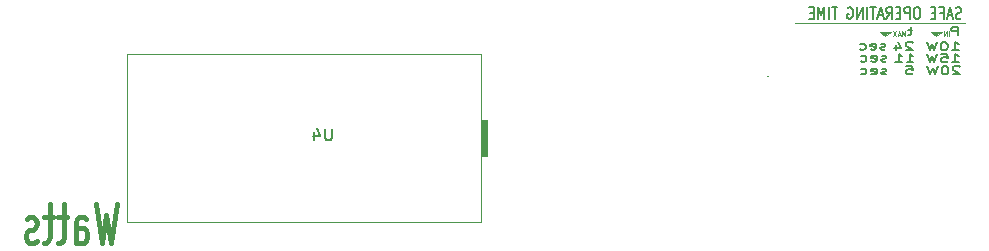
<source format=gbr>
%TF.GenerationSoftware,KiCad,Pcbnew,(5.1.6-0-10_14)*%
%TF.CreationDate,2021-03-20T13:28:09-06:00*%
%TF.ProjectId,rf_dummy_50ohm_20W,72665f64-756d-46d7-995f-35306f686d5f,rev?*%
%TF.SameCoordinates,Original*%
%TF.FileFunction,Legend,Bot*%
%TF.FilePolarity,Positive*%
%FSLAX46Y46*%
G04 Gerber Fmt 4.6, Leading zero omitted, Abs format (unit mm)*
G04 Created by KiCad (PCBNEW (5.1.6-0-10_14)) date 2021-03-20 13:28:09*
%MOMM*%
%LPD*%
G01*
G04 APERTURE LIST*
%ADD10C,0.120000*%
%ADD11C,0.100000*%
%ADD12C,0.150000*%
%ADD13C,0.075000*%
%ADD14C,0.130000*%
%ADD15C,0.175000*%
%ADD16C,0.400000*%
%ADD17O,1.700000X1.700000*%
%ADD18C,1.700000*%
%ADD19O,1.600000X1.600000*%
%ADD20R,1.600000X1.600000*%
%ADD21C,2.100000*%
%ADD22C,3.100000*%
%ADD23O,1.800000X1.800000*%
%ADD24R,1.800000X1.800000*%
G04 APERTURE END LIST*
D10*
X178816000Y-92265500D02*
X178879500Y-92265500D01*
D11*
G36*
X188849000Y-88900000D02*
G01*
X188404500Y-88519000D01*
X189293500Y-88519000D01*
X188849000Y-88900000D01*
G37*
X188849000Y-88900000D02*
X188404500Y-88519000D01*
X189293500Y-88519000D01*
X188849000Y-88900000D01*
D12*
X191132761Y-88369000D02*
X190751809Y-88369000D01*
X190989904Y-88135666D02*
X190989904Y-88735666D01*
X190942285Y-88802333D01*
X190847047Y-88835666D01*
X190751809Y-88835666D01*
D13*
X190550738Y-88890452D02*
X190550738Y-88490452D01*
X190417404Y-88776166D01*
X190284071Y-88490452D01*
X190284071Y-88890452D01*
X190112642Y-88776166D02*
X189922166Y-88776166D01*
X190150738Y-88890452D02*
X190017404Y-88490452D01*
X189884071Y-88890452D01*
X189788833Y-88490452D02*
X189522166Y-88890452D01*
X189522166Y-88490452D02*
X189788833Y-88890452D01*
D14*
X188917333Y-92104333D02*
X188822095Y-92137666D01*
X188631619Y-92137666D01*
X188536380Y-92104333D01*
X188488761Y-92037666D01*
X188488761Y-92004333D01*
X188536380Y-91937666D01*
X188631619Y-91904333D01*
X188774476Y-91904333D01*
X188869714Y-91871000D01*
X188917333Y-91804333D01*
X188917333Y-91771000D01*
X188869714Y-91704333D01*
X188774476Y-91671000D01*
X188631619Y-91671000D01*
X188536380Y-91704333D01*
X187679238Y-92104333D02*
X187774476Y-92137666D01*
X187964952Y-92137666D01*
X188060190Y-92104333D01*
X188107809Y-92037666D01*
X188107809Y-91771000D01*
X188060190Y-91704333D01*
X187964952Y-91671000D01*
X187774476Y-91671000D01*
X187679238Y-91704333D01*
X187631619Y-91771000D01*
X187631619Y-91837666D01*
X188107809Y-91904333D01*
X186774476Y-92104333D02*
X186869714Y-92137666D01*
X187060190Y-92137666D01*
X187155428Y-92104333D01*
X187203047Y-92071000D01*
X187250666Y-92004333D01*
X187250666Y-91804333D01*
X187203047Y-91737666D01*
X187155428Y-91704333D01*
X187060190Y-91671000D01*
X186869714Y-91671000D01*
X186774476Y-91704333D01*
X188917333Y-91024833D02*
X188822095Y-91058166D01*
X188631619Y-91058166D01*
X188536380Y-91024833D01*
X188488761Y-90958166D01*
X188488761Y-90924833D01*
X188536380Y-90858166D01*
X188631619Y-90824833D01*
X188774476Y-90824833D01*
X188869714Y-90791500D01*
X188917333Y-90724833D01*
X188917333Y-90691500D01*
X188869714Y-90624833D01*
X188774476Y-90591500D01*
X188631619Y-90591500D01*
X188536380Y-90624833D01*
X187679238Y-91024833D02*
X187774476Y-91058166D01*
X187964952Y-91058166D01*
X188060190Y-91024833D01*
X188107809Y-90958166D01*
X188107809Y-90691500D01*
X188060190Y-90624833D01*
X187964952Y-90591500D01*
X187774476Y-90591500D01*
X187679238Y-90624833D01*
X187631619Y-90691500D01*
X187631619Y-90758166D01*
X188107809Y-90824833D01*
X186774476Y-91024833D02*
X186869714Y-91058166D01*
X187060190Y-91058166D01*
X187155428Y-91024833D01*
X187203047Y-90991500D01*
X187250666Y-90924833D01*
X187250666Y-90724833D01*
X187203047Y-90658166D01*
X187155428Y-90624833D01*
X187060190Y-90591500D01*
X186869714Y-90591500D01*
X186774476Y-90624833D01*
X188853833Y-90008833D02*
X188758595Y-90042166D01*
X188568119Y-90042166D01*
X188472880Y-90008833D01*
X188425261Y-89942166D01*
X188425261Y-89908833D01*
X188472880Y-89842166D01*
X188568119Y-89808833D01*
X188710976Y-89808833D01*
X188806214Y-89775500D01*
X188853833Y-89708833D01*
X188853833Y-89675500D01*
X188806214Y-89608833D01*
X188710976Y-89575500D01*
X188568119Y-89575500D01*
X188472880Y-89608833D01*
X187615738Y-90008833D02*
X187710976Y-90042166D01*
X187901452Y-90042166D01*
X187996690Y-90008833D01*
X188044309Y-89942166D01*
X188044309Y-89675500D01*
X187996690Y-89608833D01*
X187901452Y-89575500D01*
X187710976Y-89575500D01*
X187615738Y-89608833D01*
X187568119Y-89675500D01*
X187568119Y-89742166D01*
X188044309Y-89808833D01*
X186710976Y-90008833D02*
X186806214Y-90042166D01*
X186996690Y-90042166D01*
X187091928Y-90008833D01*
X187139547Y-89975500D01*
X187187166Y-89908833D01*
X187187166Y-89708833D01*
X187139547Y-89642166D01*
X187091928Y-89608833D01*
X186996690Y-89575500D01*
X186806214Y-89575500D01*
X186710976Y-89608833D01*
D11*
G36*
X193167000Y-88900000D02*
G01*
X192722500Y-88519000D01*
X193611500Y-88519000D01*
X193167000Y-88900000D01*
G37*
X193167000Y-88900000D02*
X192722500Y-88519000D01*
X193611500Y-88519000D01*
X193167000Y-88900000D01*
D14*
X190632095Y-91437666D02*
X191108285Y-91437666D01*
X191155904Y-91771000D01*
X191108285Y-91737666D01*
X191013047Y-91704333D01*
X190774952Y-91704333D01*
X190679714Y-91737666D01*
X190632095Y-91771000D01*
X190584476Y-91837666D01*
X190584476Y-92004333D01*
X190632095Y-92071000D01*
X190679714Y-92104333D01*
X190774952Y-92137666D01*
X191013047Y-92137666D01*
X191108285Y-92104333D01*
X191155904Y-92071000D01*
X190647857Y-91121666D02*
X191219285Y-91121666D01*
X190933571Y-91121666D02*
X190933571Y-90421666D01*
X191028809Y-90521666D01*
X191124047Y-90588333D01*
X191219285Y-90621666D01*
X189695476Y-91121666D02*
X190266904Y-91121666D01*
X189981190Y-91121666D02*
X189981190Y-90421666D01*
X190076428Y-90521666D01*
X190171666Y-90588333D01*
X190266904Y-90621666D01*
X191155785Y-89472333D02*
X191108166Y-89439000D01*
X191012928Y-89405666D01*
X190774833Y-89405666D01*
X190679595Y-89439000D01*
X190631976Y-89472333D01*
X190584357Y-89539000D01*
X190584357Y-89605666D01*
X190631976Y-89705666D01*
X191203404Y-90105666D01*
X190584357Y-90105666D01*
X189727214Y-89639000D02*
X189727214Y-90105666D01*
X189965309Y-89372333D02*
X190203404Y-89872333D01*
X189584357Y-89872333D01*
D15*
X195135333Y-91504333D02*
X195087714Y-91471000D01*
X194992476Y-91437666D01*
X194754380Y-91437666D01*
X194659142Y-91471000D01*
X194611523Y-91504333D01*
X194563904Y-91571000D01*
X194563904Y-91637666D01*
X194611523Y-91737666D01*
X195182952Y-92137666D01*
X194563904Y-92137666D01*
X193944857Y-91437666D02*
X193849619Y-91437666D01*
X193754380Y-91471000D01*
X193706761Y-91504333D01*
X193659142Y-91571000D01*
X193611523Y-91704333D01*
X193611523Y-91871000D01*
X193659142Y-92004333D01*
X193706761Y-92071000D01*
X193754380Y-92104333D01*
X193849619Y-92137666D01*
X193944857Y-92137666D01*
X194040095Y-92104333D01*
X194087714Y-92071000D01*
X194135333Y-92004333D01*
X194182952Y-91871000D01*
X194182952Y-91704333D01*
X194135333Y-91571000D01*
X194087714Y-91504333D01*
X194040095Y-91471000D01*
X193944857Y-91437666D01*
X193278190Y-91437666D02*
X193040095Y-92137666D01*
X192849619Y-91637666D01*
X192659142Y-92137666D01*
X192421047Y-91437666D01*
D12*
X194990404Y-88835666D02*
X194990404Y-88135666D01*
X194609452Y-88135666D01*
X194514214Y-88169000D01*
X194466595Y-88202333D01*
X194418976Y-88269000D01*
X194418976Y-88369000D01*
X194466595Y-88435666D01*
X194514214Y-88469000D01*
X194609452Y-88502333D01*
X194990404Y-88502333D01*
D13*
X194265523Y-88890452D02*
X194265523Y-88490452D01*
X194075047Y-88890452D02*
X194075047Y-88490452D01*
X193846476Y-88890452D01*
X193846476Y-88490452D01*
D15*
X194500404Y-91121666D02*
X195071833Y-91121666D01*
X194786119Y-91121666D02*
X194786119Y-90421666D01*
X194881357Y-90521666D01*
X194976595Y-90588333D01*
X195071833Y-90621666D01*
X193595642Y-90421666D02*
X194071833Y-90421666D01*
X194119452Y-90755000D01*
X194071833Y-90721666D01*
X193976595Y-90688333D01*
X193738500Y-90688333D01*
X193643261Y-90721666D01*
X193595642Y-90755000D01*
X193548023Y-90821666D01*
X193548023Y-90988333D01*
X193595642Y-91055000D01*
X193643261Y-91088333D01*
X193738500Y-91121666D01*
X193976595Y-91121666D01*
X194071833Y-91088333D01*
X194119452Y-91055000D01*
X193214690Y-90421666D02*
X192976595Y-91121666D01*
X192786119Y-90621666D01*
X192595642Y-91121666D01*
X192357547Y-90421666D01*
X194500404Y-90105666D02*
X195071833Y-90105666D01*
X194786119Y-90105666D02*
X194786119Y-89405666D01*
X194881357Y-89505666D01*
X194976595Y-89572333D01*
X195071833Y-89605666D01*
X193881357Y-89405666D02*
X193786119Y-89405666D01*
X193690880Y-89439000D01*
X193643261Y-89472333D01*
X193595642Y-89539000D01*
X193548023Y-89672333D01*
X193548023Y-89839000D01*
X193595642Y-89972333D01*
X193643261Y-90039000D01*
X193690880Y-90072333D01*
X193786119Y-90105666D01*
X193881357Y-90105666D01*
X193976595Y-90072333D01*
X194024214Y-90039000D01*
X194071833Y-89972333D01*
X194119452Y-89839000D01*
X194119452Y-89672333D01*
X194071833Y-89539000D01*
X194024214Y-89472333D01*
X193976595Y-89439000D01*
X193881357Y-89405666D01*
X193214690Y-89405666D02*
X192976595Y-90105666D01*
X192786119Y-89605666D01*
X192595642Y-90105666D01*
X192357547Y-89405666D01*
D10*
X195580000Y-87757000D02*
X181229000Y-87757000D01*
D12*
X195266619Y-87399761D02*
X195152333Y-87447380D01*
X194961857Y-87447380D01*
X194885666Y-87399761D01*
X194847571Y-87352142D01*
X194809476Y-87256904D01*
X194809476Y-87161666D01*
X194847571Y-87066428D01*
X194885666Y-87018809D01*
X194961857Y-86971190D01*
X195114238Y-86923571D01*
X195190428Y-86875952D01*
X195228523Y-86828333D01*
X195266619Y-86733095D01*
X195266619Y-86637857D01*
X195228523Y-86542619D01*
X195190428Y-86495000D01*
X195114238Y-86447380D01*
X194923761Y-86447380D01*
X194809476Y-86495000D01*
X194504714Y-87161666D02*
X194123761Y-87161666D01*
X194580904Y-87447380D02*
X194314238Y-86447380D01*
X194047571Y-87447380D01*
X193514238Y-86923571D02*
X193780904Y-86923571D01*
X193780904Y-87447380D02*
X193780904Y-86447380D01*
X193399952Y-86447380D01*
X193095190Y-86923571D02*
X192828523Y-86923571D01*
X192714238Y-87447380D02*
X193095190Y-87447380D01*
X193095190Y-86447380D01*
X192714238Y-86447380D01*
X191609476Y-86447380D02*
X191457095Y-86447380D01*
X191380904Y-86495000D01*
X191304714Y-86590238D01*
X191266619Y-86780714D01*
X191266619Y-87114047D01*
X191304714Y-87304523D01*
X191380904Y-87399761D01*
X191457095Y-87447380D01*
X191609476Y-87447380D01*
X191685666Y-87399761D01*
X191761857Y-87304523D01*
X191799952Y-87114047D01*
X191799952Y-86780714D01*
X191761857Y-86590238D01*
X191685666Y-86495000D01*
X191609476Y-86447380D01*
X190923761Y-87447380D02*
X190923761Y-86447380D01*
X190619000Y-86447380D01*
X190542809Y-86495000D01*
X190504714Y-86542619D01*
X190466619Y-86637857D01*
X190466619Y-86780714D01*
X190504714Y-86875952D01*
X190542809Y-86923571D01*
X190619000Y-86971190D01*
X190923761Y-86971190D01*
X190123761Y-86923571D02*
X189857095Y-86923571D01*
X189742809Y-87447380D02*
X190123761Y-87447380D01*
X190123761Y-86447380D01*
X189742809Y-86447380D01*
X188942809Y-87447380D02*
X189209476Y-86971190D01*
X189399952Y-87447380D02*
X189399952Y-86447380D01*
X189095190Y-86447380D01*
X189019000Y-86495000D01*
X188980904Y-86542619D01*
X188942809Y-86637857D01*
X188942809Y-86780714D01*
X188980904Y-86875952D01*
X189019000Y-86923571D01*
X189095190Y-86971190D01*
X189399952Y-86971190D01*
X188638047Y-87161666D02*
X188257095Y-87161666D01*
X188714238Y-87447380D02*
X188447571Y-86447380D01*
X188180904Y-87447380D01*
X188028523Y-86447380D02*
X187571380Y-86447380D01*
X187799952Y-87447380D02*
X187799952Y-86447380D01*
X187304714Y-87447380D02*
X187304714Y-86447380D01*
X186923761Y-87447380D02*
X186923761Y-86447380D01*
X186466619Y-87447380D01*
X186466619Y-86447380D01*
X185666619Y-86495000D02*
X185742809Y-86447380D01*
X185857095Y-86447380D01*
X185971380Y-86495000D01*
X186047571Y-86590238D01*
X186085666Y-86685476D01*
X186123761Y-86875952D01*
X186123761Y-87018809D01*
X186085666Y-87209285D01*
X186047571Y-87304523D01*
X185971380Y-87399761D01*
X185857095Y-87447380D01*
X185780904Y-87447380D01*
X185666619Y-87399761D01*
X185628523Y-87352142D01*
X185628523Y-87018809D01*
X185780904Y-87018809D01*
X184790428Y-86447380D02*
X184333285Y-86447380D01*
X184561857Y-87447380D02*
X184561857Y-86447380D01*
X184066619Y-87447380D02*
X184066619Y-86447380D01*
X183685666Y-87447380D02*
X183685666Y-86447380D01*
X183419000Y-87161666D01*
X183152333Y-86447380D01*
X183152333Y-87447380D01*
X182771380Y-86923571D02*
X182504714Y-86923571D01*
X182390428Y-87447380D02*
X182771380Y-87447380D01*
X182771380Y-86447380D01*
X182390428Y-86447380D01*
D16*
X123788000Y-103094857D02*
X123288000Y-106394857D01*
X122888000Y-104037714D01*
X122488000Y-106394857D01*
X121988000Y-103094857D01*
X120288000Y-106394857D02*
X120288000Y-104666285D01*
X120388000Y-104352000D01*
X120588000Y-104194857D01*
X120988000Y-104194857D01*
X121188000Y-104352000D01*
X120288000Y-106237714D02*
X120488000Y-106394857D01*
X120988000Y-106394857D01*
X121188000Y-106237714D01*
X121288000Y-105923428D01*
X121288000Y-105609142D01*
X121188000Y-105294857D01*
X120988000Y-105137714D01*
X120488000Y-105137714D01*
X120288000Y-104980571D01*
X119588000Y-104194857D02*
X118788000Y-104194857D01*
X119288000Y-103094857D02*
X119288000Y-105923428D01*
X119188000Y-106237714D01*
X118988000Y-106394857D01*
X118788000Y-106394857D01*
X118388000Y-104194857D02*
X117588000Y-104194857D01*
X118088000Y-103094857D02*
X118088000Y-105923428D01*
X117988000Y-106237714D01*
X117788000Y-106394857D01*
X117588000Y-106394857D01*
X116988000Y-106237714D02*
X116788000Y-106394857D01*
X116388000Y-106394857D01*
X116188000Y-106237714D01*
X116088000Y-105923428D01*
X116088000Y-105766285D01*
X116188000Y-105452000D01*
X116388000Y-105294857D01*
X116688000Y-105294857D01*
X116888000Y-105137714D01*
X116988000Y-104823428D01*
X116988000Y-104666285D01*
X116888000Y-104352000D01*
X116688000Y-104194857D01*
X116388000Y-104194857D01*
X116188000Y-104352000D01*
D11*
%TO.C,U4*%
G36*
X154623762Y-99035500D02*
G01*
X155131762Y-99035500D01*
X155131762Y-95987500D01*
X154623762Y-95987500D01*
X154623762Y-99035500D01*
G37*
X154623762Y-99035500D02*
X155131762Y-99035500D01*
X155131762Y-95987500D01*
X154623762Y-95987500D01*
X154623762Y-99035500D01*
D10*
X154623762Y-104623500D02*
X124651762Y-104623500D01*
X124651762Y-104623500D02*
X124651762Y-90399500D01*
X124651762Y-90399500D02*
X154623762Y-90399500D01*
X154623762Y-90399500D02*
X154623762Y-104623500D01*
D12*
X141985904Y-96734380D02*
X141985904Y-97543904D01*
X141938285Y-97639142D01*
X141890666Y-97686761D01*
X141795428Y-97734380D01*
X141604952Y-97734380D01*
X141509714Y-97686761D01*
X141462095Y-97639142D01*
X141414476Y-97543904D01*
X141414476Y-96734380D01*
X140509714Y-97067714D02*
X140509714Y-97734380D01*
X140747809Y-96686761D02*
X140985904Y-97401047D01*
X140366857Y-97401047D01*
%TD*%
%LPC*%
D17*
%TO.C,R10*%
X128016000Y-95123000D03*
D18*
X120396000Y-95123000D03*
%TD*%
D17*
%TO.C,R9*%
X128016000Y-91948000D03*
D18*
X120396000Y-91948000D03*
%TD*%
D17*
%TO.C,R8*%
X120396000Y-98298000D03*
D18*
X128016000Y-98298000D03*
%TD*%
D17*
%TO.C,R7*%
X117475000Y-100711000D03*
D18*
X117475000Y-108331000D03*
%TD*%
D17*
%TO.C,R6*%
X120396000Y-101473000D03*
D18*
X128016000Y-101473000D03*
%TD*%
%TO.C,C4*%
X151511000Y-101052000D03*
X151511000Y-98552000D03*
%TD*%
%TO.C,C5*%
X148336000Y-101052000D03*
X148336000Y-98552000D03*
%TD*%
D17*
%TO.C,R5*%
X161544000Y-103886000D03*
D18*
X161544000Y-96266000D03*
%TD*%
D17*
%TO.C,R4*%
X156591000Y-94361000D03*
D18*
X148971000Y-94361000D03*
%TD*%
D17*
%TO.C,R3*%
X156591000Y-91313000D03*
D18*
X148971000Y-91313000D03*
%TD*%
D19*
%TO.C,D1*%
X167259000Y-107696000D03*
D20*
X159639000Y-107696000D03*
%TD*%
D18*
%TO.C,C2*%
X158369000Y-104394000D03*
X155869000Y-104394000D03*
%TD*%
D19*
%TO.C,D3*%
X164211000Y-104013000D03*
D20*
X164211000Y-96393000D03*
%TD*%
D21*
%TO.C,U4*%
X125667762Y-88461500D03*
X128207762Y-88461500D03*
X130747762Y-88461500D03*
X133287762Y-88461500D03*
X135827762Y-88461500D03*
X138367762Y-88461500D03*
X140907762Y-88461500D03*
X143447762Y-88461500D03*
X145987762Y-88461500D03*
X148527762Y-88461500D03*
X151067762Y-88461500D03*
X153607762Y-88461500D03*
X153607762Y-106561500D03*
X151067762Y-106561500D03*
X148527762Y-106561500D03*
X145987762Y-106561500D03*
X143447762Y-106561500D03*
X140907762Y-106561500D03*
X138367762Y-106561500D03*
X135827762Y-106561500D03*
X133287762Y-106561500D03*
X130747762Y-106561500D03*
X128207762Y-106561500D03*
X125667762Y-106561500D03*
%TD*%
D22*
%TO.C,J1*%
X179406000Y-100875000D03*
X176276000Y-97745000D03*
X173146000Y-100875000D03*
X179406000Y-94615000D03*
X173146000Y-94615000D03*
%TD*%
D23*
%TO.C,J2*%
X117475000Y-87503000D03*
X117475000Y-90043000D03*
X117475000Y-92583000D03*
X117475000Y-95123000D03*
D24*
X117475000Y-97663000D03*
%TD*%
D19*
%TO.C,D2*%
X167386000Y-104013000D03*
D20*
X167386000Y-96393000D03*
%TD*%
D18*
%TO.C,C3*%
X166370000Y-87884000D03*
X166370000Y-92884000D03*
%TD*%
%TO.C,C1*%
X161925000Y-87837000D03*
X161925000Y-92837000D03*
%TD*%
M02*

</source>
